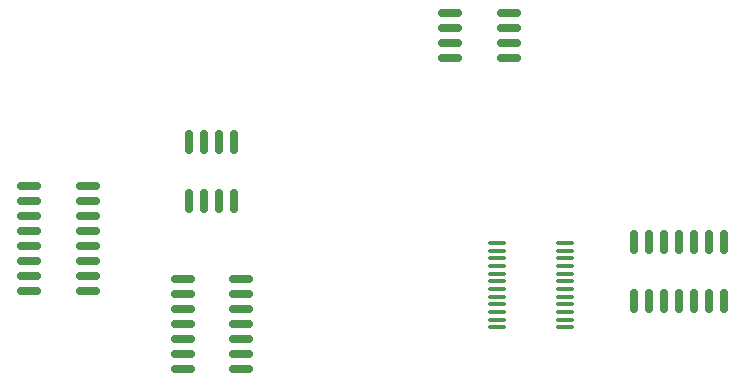
<source format=gbr>
%TF.GenerationSoftware,KiCad,Pcbnew,7.0.11-7.0.11~ubuntu22.04.1*%
%TF.CreationDate,2025-01-08T19:32:41-05:00*%
%TF.ProjectId,sub_rf_mod,7375625f-7266-45f6-9d6f-642e6b696361,rev?*%
%TF.SameCoordinates,Original*%
%TF.FileFunction,Paste,Bot*%
%TF.FilePolarity,Positive*%
%FSLAX46Y46*%
G04 Gerber Fmt 4.6, Leading zero omitted, Abs format (unit mm)*
G04 Created by KiCad (PCBNEW 7.0.11-7.0.11~ubuntu22.04.1) date 2025-01-08 19:32:41*
%MOMM*%
%LPD*%
G01*
G04 APERTURE LIST*
G04 Aperture macros list*
%AMRoundRect*
0 Rectangle with rounded corners*
0 $1 Rounding radius*
0 $2 $3 $4 $5 $6 $7 $8 $9 X,Y pos of 4 corners*
0 Add a 4 corners polygon primitive as box body*
4,1,4,$2,$3,$4,$5,$6,$7,$8,$9,$2,$3,0*
0 Add four circle primitives for the rounded corners*
1,1,$1+$1,$2,$3*
1,1,$1+$1,$4,$5*
1,1,$1+$1,$6,$7*
1,1,$1+$1,$8,$9*
0 Add four rect primitives between the rounded corners*
20,1,$1+$1,$2,$3,$4,$5,0*
20,1,$1+$1,$4,$5,$6,$7,0*
20,1,$1+$1,$6,$7,$8,$9,0*
20,1,$1+$1,$8,$9,$2,$3,0*%
G04 Aperture macros list end*
%ADD10RoundRect,0.150000X-0.150000X0.825000X-0.150000X-0.825000X0.150000X-0.825000X0.150000X0.825000X0*%
%ADD11RoundRect,0.150000X0.825000X0.150000X-0.825000X0.150000X-0.825000X-0.150000X0.825000X-0.150000X0*%
%ADD12RoundRect,0.100000X-0.637500X-0.100000X0.637500X-0.100000X0.637500X0.100000X-0.637500X0.100000X0*%
%ADD13RoundRect,0.150000X0.150000X-0.825000X0.150000X0.825000X-0.150000X0.825000X-0.150000X-0.825000X0*%
G04 APERTURE END LIST*
D10*
%TO.C,U7*%
X156387800Y-85002600D03*
X157657800Y-85002600D03*
X158927800Y-85002600D03*
X160197800Y-85002600D03*
X161467800Y-85002600D03*
X162737800Y-85002600D03*
X164007800Y-85002600D03*
X164007800Y-89952600D03*
X162737800Y-89952600D03*
X161467800Y-89952600D03*
X160197800Y-89952600D03*
X158927800Y-89952600D03*
X157657800Y-89952600D03*
X156387800Y-89952600D03*
%TD*%
D11*
%TO.C,U5*%
X110144100Y-80264000D03*
X110144100Y-81534000D03*
X110144100Y-82804000D03*
X110144100Y-84074000D03*
X110144100Y-85344000D03*
X110144100Y-86614000D03*
X110144100Y-87884000D03*
X110144100Y-89154000D03*
X105194100Y-89154000D03*
X105194100Y-87884000D03*
X105194100Y-86614000D03*
X105194100Y-85344000D03*
X105194100Y-84074000D03*
X105194100Y-82804000D03*
X105194100Y-81534000D03*
X105194100Y-80264000D03*
%TD*%
%TO.C,U1*%
X145807200Y-65557400D03*
X145807200Y-66827400D03*
X145807200Y-68097400D03*
X145807200Y-69367400D03*
X140857200Y-69367400D03*
X140857200Y-68097400D03*
X140857200Y-66827400D03*
X140857200Y-65557400D03*
%TD*%
D12*
%TO.C,U6*%
X144787700Y-92195600D03*
X144787700Y-91545600D03*
X144787700Y-90895600D03*
X144787700Y-90245600D03*
X144787700Y-89595600D03*
X144787700Y-88945600D03*
X144787700Y-88295600D03*
X144787700Y-87645600D03*
X144787700Y-86995600D03*
X144787700Y-86345600D03*
X144787700Y-85695600D03*
X144787700Y-85045600D03*
X150512700Y-85045600D03*
X150512700Y-85695600D03*
X150512700Y-86345600D03*
X150512700Y-86995600D03*
X150512700Y-87645600D03*
X150512700Y-88295600D03*
X150512700Y-88945600D03*
X150512700Y-89595600D03*
X150512700Y-90245600D03*
X150512700Y-90895600D03*
X150512700Y-91545600D03*
X150512700Y-92195600D03*
%TD*%
D13*
%TO.C,U3*%
X122555000Y-81469000D03*
X121285000Y-81469000D03*
X120015000Y-81469000D03*
X118745000Y-81469000D03*
X118745000Y-76519000D03*
X120015000Y-76519000D03*
X121285000Y-76519000D03*
X122555000Y-76519000D03*
%TD*%
D11*
%TO.C,U2*%
X123125000Y-88138000D03*
X123125000Y-89408000D03*
X123125000Y-90678000D03*
X123125000Y-91948000D03*
X123125000Y-93218000D03*
X123125000Y-94488000D03*
X123125000Y-95758000D03*
X118175000Y-95758000D03*
X118175000Y-94488000D03*
X118175000Y-93218000D03*
X118175000Y-91948000D03*
X118175000Y-90678000D03*
X118175000Y-89408000D03*
X118175000Y-88138000D03*
%TD*%
M02*

</source>
